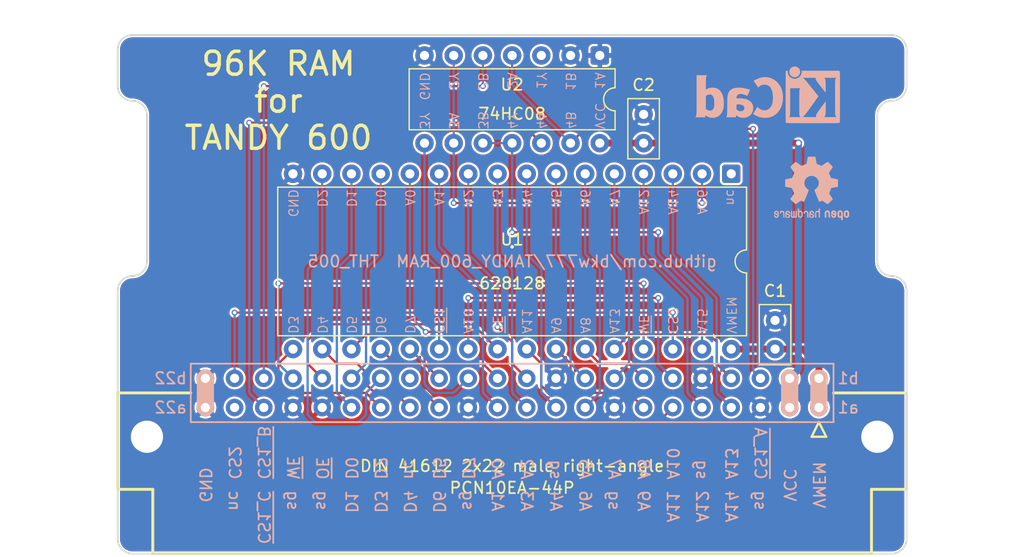
<source format=kicad_pcb>
(kicad_pcb (version 20211014) (generator pcbnew)
  (title_block (title "TANDY 600 RAM") (date "2022-10-04") (rev "THT_005") (company "Brian K. White - b.kenyon.w@gmail.com") (comment 1 "LICENSE: CC-BY-SA 4.0") (comment 2 "github.com/bkw777/TANDY_600_RAM"))
  (layers (0 "F.Cu" signal) (31 "B.Cu" signal) (34 "B.Paste" user) (35 "F.Paste" user) (36 "B.SilkS" user "B.Silkscreen") (37 "F.SilkS" user "F.Silkscreen") (38 "B.Mask" user) (39 "F.Mask" user) (44 "Edge.Cuts" user))
  (net 0 "")
  (net 1 "GND")
  (net 2 "VMEM")
  (net 3 "VCC")
  (net 4 "/A14")
  (net 5 "/A13")
  (net 6 "/A12")
  (net 7 "/A11")
  (net 8 "/A10")
  (net 9 "/A9")
  (net 10 "/A8")
  (net 11 "/A7")
  (net 12 "/A6")
  (net 13 "/A5")
  (net 14 "/A4")
  (net 15 "/A3")
  (net 16 "/A2")
  (net 17 "/A1")
  (net 18 "/A0")
  (net 19 "/D7")
  (net 20 "/D6")
  (net 21 "/D5")
  (net 22 "/D4")
  (net 23 "/D3")
  (net 24 "/D2")
  (net 25 "/D1")
  (net 26 "/D0")
  (net 27 "/~{OE}")
  (net 28 "/~{WE}")
  (net 29 "/CS2")
  (net 30 "/A15")
  (net 31 "/A16")
  (net 32 "/~{CS1}")
  (net 33 "/~{CS1_B}")
  (net 34 "/~{CS1_C}")
  (net 35 "/~{CS1_A}")
  (footprint "000_LOCAL:DIN 41612 2x22 male right-angle" (layer "F.Cu") (at 146.05 110.49)
    (fp_text reference "J1" hide)
    (fp_text value "DIN 41612 2x22 male right-angle" (at 0 6.35) (layer "F.SilkS"))
    (pad "M1" thru_hole oval (at 31.75 3.81) (size 2.999999 4.500001) (drill 2.799999) (layers *.Cu *.Mask) (net 1 "GND"))
    (pad "M2" thru_hole oval (at -31.75 3.81) (size 2.999999 4.500001) (drill 2.799999) (layers *.Cu *.Mask) (net 1 "GND"))
    (pad "a1" thru_hole circle (at 26.67 1.27) (size 1.524 1.524) (drill 0.8) (layers *.Cu *.Mask) (net 2 "VMEM"))
    (pad "a2" thru_hole circle (at 24.13 1.27) (size 1.524 1.524) (drill 0.8) (layers *.Cu *.Mask) (net 3 "VCC"))
    (pad "a3" thru_hole circle (at 21.59 1.27) (size 1.524 1.524) (drill 0.8) (layers *.Cu *.Mask) (net 1 "GND"))
    (pad "a4" thru_hole circle (at 19.05 1.27) (size 1.524 1.524) (drill 0.8) (layers *.Cu *.Mask) (net 4 "/A14"))
    (pad "a5" thru_hole circle (at 16.51 1.27) (size 1.524 1.524) (drill 0.8) (layers *.Cu *.Mask) (net 6 "/A12"))
    (pad "a6" thru_hole circle (at 13.97 1.27) (size 1.524 1.524) (drill 0.8) (layers *.Cu *.Mask) (net 7 "/A11"))
    (pad "a7" thru_hole circle (at 11.43 1.27) (size 1.524 1.524) (drill 0.8) (layers *.Cu *.Mask) (net 9 "/A9"))
    (pad "a8" thru_hole circle (at 8.89 1.27) (size 1.524 1.524) (drill 0.8) (layers *.Cu *.Mask) (net 1 "GND"))
    (pad "a9" thru_hole circle (at 6.35 1.27) (size 1.524 1.524) (drill 0.8) (layers *.Cu *.Mask) (net 12 "/A6"))
    (pad "a10" thru_hole circle (at 3.81 1.27) (size 1.524 1.524) (drill 0.8) (layers *.Cu *.Mask) (net 14 "/A4"))
    (pad "a11" thru_hole circle (at 1.27 1.27) (size 1.524 1.524) (drill 0.8) (layers *.Cu *.Mask) (net 15 "/A3"))
    (pad "a12" thru_hole circle (at -1.27 1.27) (size 1.524 1.524) (drill 0.8) (layers *.Cu *.Mask) (net 17 "/A1"))
    (pad "a13" thru_hole circle (at -3.81 1.27) (size 1.524 1.524) (drill 0.8) (layers *.Cu *.Mask) (net 1 "GND"))
    (pad "a14" thru_hole circle (at -6.35 1.27) (size 1.524 1.524) (drill 0.8) (layers *.Cu *.Mask) (net 20 "/D6"))
    (pad "a15" thru_hole circle (at -8.89 1.27) (size 1.524 1.524) (drill 0.8) (layers *.Cu *.Mask) (net 22 "/D4"))
    (pad "a16" thru_hole circle (at -11.43 1.27) (size 1.524 1.524) (drill 0.8) (layers *.Cu *.Mask) (net 23 "/D3"))
    (pad "a17" thru_hole circle (at -13.97 1.27) (size 1.524 1.524) (drill 0.8) (layers *.Cu *.Mask) (net 25 "/D1"))
    (pad "a18" thru_hole circle (at -16.51 1.27) (size 1.524 1.524) (drill 0.8) (layers *.Cu *.Mask) (net 1 "GND"))
    (pad "a19" thru_hole circle (at -19.05 1.27) (size 1.524 1.524) (drill 0.8) (layers *.Cu *.Mask) (net 1 "GND"))
    (pad "a20" thru_hole circle (at -21.59 1.27) (size 1.524 1.524) (drill 0.8) (layers *.Cu *.Mask) (net 34 "/~{CS1_C}"))
    (pad "a21" thru_hole circle (at -24.13 1.27) (size 1.524 1.524) (drill 0.8) (layers *.Cu *.Mask))
    (pad "a22" thru_hole circle (at -26.67 1.27) (size 1.524 1.524) (drill 0.8) (layers *.Cu *.Mask) (net 1 "GND"))
    (pad "b1" thru_hole circle (at 26.67 -1.27) (size 1.524 1.524) (drill 0.8) (layers *.Cu *.Mask) (net 2 "VMEM"))
    (pad "b2" thru_hole circle (at 24.13 -1.27) (size 1.524 1.524) (drill 0.8) (layers *.Cu *.Mask) (net 3 "VCC"))
    (pad "b3" thru_hole circle (at 21.59 -1.27) (size 1.524 1.524) (drill 0.8) (layers *.Cu *.Mask) (net 35 "/~{CS1_A}"))
    (pad "b4" thru_hole circle (at 19.05 -1.27) (size 1.524 1.524) (drill 0.8) (layers *.Cu *.Mask) (net 5 "/A13"))
    (pad "b5" thru_hole circle (at 16.51 -1.27) (size 1.524 1.524) (drill 0.8) (layers *.Cu *.Mask) (net 1 "GND"))
    (pad "b6" thru_hole circle (at 13.97 -1.27) (size 1.524 1.524) (drill 0.8) (layers *.Cu *.Mask) (net 8 "/A10"))
    (pad "b7" thru_hole circle (at 11.43 -1.27) (size 1.524 1.524) (drill 0.8) (layers *.Cu *.Mask) (net 10 "/A8"))
    (pad "b8" thru_hole circle (at 8.89 -1.27) (size 1.524 1.524) (drill 0.8) (layers *.Cu *.Mask) (net 11 "/A7"))
    (pad "b9" thru_hole circle (at 6.35 -1.27) (size 1.524 1.524) (drill 0.8) (layers *.Cu *.Mask) (net 13 "/A5"))
    (pad "b10" thru_hole circle (at 3.81 -1.27) (size 1.524 1.524) (drill 0.8) (layers *.Cu *.Mask) (net 1 "GND"))
    (pad "b11" thru_hole circle (at 1.27 -1.27) (size 1.524 1.524) (drill 0.8) (layers *.Cu *.Mask) (net 16 "/A2"))
    (pad "b12" thru_hole circle (at -1.27 -1.27) (size 1.524 1.524) (drill 0.8) (layers *.Cu *.Mask) (net 18 "/A0"))
    (pad "b13" thru_hole circle (at -3.81 -1.27) (size 1.524 1.524) (drill 0.8) (layers *.Cu *.Mask) (net 19 "/D7"))
    (pad "b14" thru_hole circle (at -6.35 -1.27) (size 1.524 1.524) (drill 0.8) (layers *.Cu *.Mask) (net 21 "/D5"))
    (pad "b15" thru_hole circle (at -8.89 -1.27) (size 1.524 1.524) (drill 0.8) (layers *.Cu *.Mask))
    (pad "b16" thru_hole circle (at -11.43 -1.27) (size 1.524 1.524) (drill 0.8) (layers *.Cu *.Mask) (net 24 "/D2"))
    (pad "b17" thru_hole circle (at -13.97 -1.27) (size 1.524 1.524) (drill 0.8) (layers *.Cu *.Mask) (net 26 "/D0"))
    (pad "b18" thru_hole circle (at -16.51 -1.27) (size 1.524 1.524) (drill 0.8) (layers *.Cu *.Mask) (net 27 "/~{OE}"))
    (pad "b19" thru_hole circle (at -19.05 -1.27) (size 1.524 1.524) (drill 0.8) (layers *.Cu *.Mask) (net 28 "/~{WE}"))
    (pad "b20" thru_hole circle (at -21.59 -1.27) (size 1.524 1.524) (drill 0.8) (layers *.Cu *.Mask) (net 33 "/~{CS1_B}"))
    (pad "b21" thru_hole circle (at -24.13 -1.27) (size 1.524 1.524) (drill 0.8) (layers *.Cu *.Mask) (net 29 "/CS2"))
    (pad "b22" thru_hole circle (at -26.67 -1.27) (size 1.524 1.524) (drill 0.8) (layers *.Cu *.Mask) (net 1 "GND"))
  )
  (footprint "000_LOCAL:DIP-14_W7.62mm" (layer "F.Cu") (at 153.67 81.153 -90)
    (fp_text reference "U2" (at 2.53 7.625) (layer "F.SilkS"))
    (fp_text value "74HC08" (at 5.07 7.625) (layer "F.SilkS"))
    (pad "1" thru_hole roundrect (at 0 0 270) (size 1.6 1.6) (drill 0.8) (layers *.Cu *.Mask) (roundrect_rratio 0.15) (net 1 "GND"))
    (pad "2" thru_hole circle (at 0 2.54 270) (size 1.6 1.6) (drill 0.8) (layers *.Cu *.Mask) (net 1 "GND"))
    (pad "3" thru_hole circle (at 0 5.08 270) (size 1.6 1.6) (drill 0.8) (layers *.Cu *.Mask))
    (pad "4" thru_hole circle (at 0 7.62 270) (size 1.6 1.6) (drill 0.8) (layers *.Cu *.Mask) (net 35 "/~{CS1_A}"))
    (pad "5" thru_hole circle (at 0 10.16 270) (size 1.6 1.6) (drill 0.8) (layers *.Cu *.Mask) (net 33 "/~{CS1_B}"))
    (pad "6" thru_hole circle (at 0 12.7 270) (size 1.6 1.6) (drill 0.8) (layers *.Cu *.Mask) (net 31 "/A16"))
    (pad "7" thru_hole circle (at 0 15.24 270) (size 1.6 1.6) (drill 0.8) (layers *.Cu *.Mask) (net 1 "GND"))
    (pad "8" thru_hole circle (at 7.62 15.24 270) (size 1.6 1.6) (drill 0.8) (layers *.Cu *.Mask) (net 32 "/~{CS1}"))
    (pad "9" thru_hole circle (at 7.62 12.7 270) (size 1.6 1.6) (drill 0.8) (layers *.Cu *.Mask) (net 31 "/A16"))
    (pad "10" thru_hole circle (at 7.62 10.16 270) (size 1.6 1.6) (drill 0.8) (layers *.Cu *.Mask) (net 30 "/A15"))
    (pad "11" thru_hole circle (at 7.62 7.62 270) (size 1.6 1.6) (drill 0.8) (layers *.Cu *.Mask) (net 30 "/A15"))
    (pad "12" thru_hole circle (at 7.62 5.08 270) (size 1.6 1.6) (drill 0.8) (layers *.Cu *.Mask) (net 34 "/~{CS1_C}"))
    (pad "13" thru_hole circle (at 7.62 2.54 270) (size 1.6 1.6) (drill 0.8) (layers *.Cu *.Mask) (net 35 "/~{CS1_A}"))
    (pad "14" thru_hole circle (at 7.62 0 270) (size 1.6 1.6) (drill 0.8) (layers *.Cu *.Mask) (net 3 "VCC"))
  )
  (footprint "000_LOCAL:DIP-32_W15.24mm" (layer "F.Cu") (at 165.1 91.44 -90)
    (fp_text reference "U1" (at 5.715 19.05) (layer "F.SilkS"))
    (fp_text value "628128" (at 9.525 19.05) (layer "F.SilkS"))
    (pad "1" thru_hole roundrect (at 0 0 270) (size 1.6 1.6) (drill 0.8) (layers *.Cu *.Mask) (roundrect_rratio 0.15))
    (pad "2" thru_hole circle (at 0 2.54 270) (size 1.6 1.6) (drill 0.8) (layers *.Cu *.Mask) (net 31 "/A16"))
    (pad "3" thru_hole circle (at 0 5.08 270) (size 1.6 1.6) (drill 0.8) (layers *.Cu *.Mask) (net 4 "/A14"))
    (pad "4" thru_hole circle (at 0 7.62 270) (size 1.6 1.6) (drill 0.8) (layers *.Cu *.Mask) (net 6 "/A12"))
    (pad "5" thru_hole circle (at 0 10.16 270) (size 1.6 1.6) (drill 0.8) (layers *.Cu *.Mask) (net 11 "/A7"))
    (pad "6" thru_hole circle (at 0 12.7 270) (size 1.6 1.6) (drill 0.8) (layers *.Cu *.Mask) (net 12 "/A6"))
    (pad "7" thru_hole circle (at 0 15.24 270) (size 1.6 1.6) (drill 0.8) (layers *.Cu *.Mask) (net 13 "/A5"))
    (pad "8" thru_hole circle (at 0 17.78 270) (size 1.6 1.6) (drill 0.8) (layers *.Cu *.Mask) (net 14 "/A4"))
    (pad "9" thru_hole circle (at 0 20.32 270) (size 1.6 1.6) (drill 0.8) (layers *.Cu *.Mask) (net 15 "/A3"))
    (pad "10" thru_hole circle (at 0 22.86 270) (size 1.6 1.6) (drill 0.8) (layers *.Cu *.Mask) (net 16 "/A2"))
    (pad "11" thru_hole circle (at 0 25.4 270) (size 1.6 1.6) (drill 0.8) (layers *.Cu *.Mask) (net 17 "/A1"))
    (pad "12" thru_hole circle (at 0 27.94 270) (size 1.6 1.6) (drill 0.8) (layers *.Cu *.Mask) (net 18 "/A0"))
    (pad "13" thru_hole circle (at 0 30.48 270) (size 1.6 1.6) (drill 0.8) (layers *.Cu *.Mask) (net 26 "/D0"))
    (pad "14" thru_hole circle (at 0 33.02 270) (size 1.6 1.6) (drill 0.8) (layers *.Cu *.Mask) (net 25 "/D1"))
    (pad "15" thru_hole circle (at 0 35.56 270) (size 1.6 1.6) (drill 0.8) (layers *.Cu *.Mask) (net 24 "/D2"))
    (pad "16" thru_hole circle (at 0 38.1 270) (size 1.6 1.6) (drill 0.8) (layers *.Cu *.Mask) (net 1 "GND"))
    (pad "17" thru_hole circle (at 15.24 38.1 270) (size 1.6 1.6) (drill 0.8) (layers *.Cu *.Mask) (net 23 "/D3"))
    (pad "18" thru_hole circle (at 15.24 35.56 270) (size 1.6 1.6) (drill 0.8) (layers *.Cu *.Mask) (net 22 "/D4"))
    (pad "19" thru_hole circle (at 15.24 33.02 270) (size 1.6 1.6) (drill 0.8) (layers *.Cu *.Mask) (net 21 "/D5"))
    (pad "20" thru_hole circle (at 15.24 30.48 270) (size 1.6 1.6) (drill 0.8) (layers *.Cu *.Mask) (net 20 "/D6"))
    (pad "21" thru_hole circle (at 15.24 27.94 270) (size 1.6 1.6) (drill 0.8) (layers *.Cu *.Mask) (net 19 "/D7"))
    (pad "22" thru_hole circle (at 15.24 25.4 270) (size 1.6 1.6) (drill 0.8) (layers *.Cu *.Mask) (net 32 "/~{CS1}"))
    (pad "23" thru_hole circle (at 15.24 22.86 270) (size 1.6 1.6) (drill 0.8) (layers *.Cu *.Mask) (net 8 "/A10"))
    (pad "24" thru_hole circle (at 15.24 20.32 270) (size 1.6 1.6) (drill 0.8) (layers *.Cu *.Mask) (net 27 "/~{OE}"))
    (pad "25" thru_hole circle (at 15.24 17.78 270) (size 1.6 1.6) (drill 0.8) (layers *.Cu *.Mask) (net 7 "/A11"))
    (pad "26" thru_hole circle (at 15.24 15.24 270) (size 1.6 1.6) (drill 0.8) (layers *.Cu *.Mask) (net 9 "/A9"))
    (pad "27" thru_hole circle (at 15.24 12.7 270) (size 1.6 1.6) (drill 0.8) (layers *.Cu *.Mask) (net 10 "/A8"))
    (pad "28" thru_hole circle (at 15.24 10.16 270) (size 1.6 1.6) (drill 0.8) (layers *.Cu *.Mask) (net 5 "/A13"))
    (pad "29" thru_hole circle (at 15.24 7.62 270) (size 1.6 1.6) (drill 0.8) (layers *.Cu *.Mask) (net 28 "/~{WE}"))
    (pad "30" thru_hole circle (at 15.24 5.08 270) (size 1.6 1.6) (drill 0.8) (layers *.Cu *.Mask) (net 29 "/CS2"))
    (pad "31" thru_hole circle (at 15.24 2.54 270) (size 1.6 1.6) (drill 0.8) (layers *.Cu *.Mask) (net 30 "/A15"))
    (pad "32" thru_hole circle (at 15.24 0 270) (size 1.6 1.6) (drill 0.8) (layers *.Cu *.Mask) (net 2 "VMEM"))
  )
  (footprint "000_LOCAL:C_Disc_D5.0mm_W2.5mm_P2.50mm" (layer "F.Cu") (at 168.91 106.68 90)
    (fp_text reference "C1" (at 5.06 0) (layer "F.SilkS"))
    (fp_text value "0.1uF")
    (pad "1" thru_hole circle (at 0 0 90) (size 1.6 1.6) (drill 0.8) (layers *.Cu *.Mask) (net 2 "VMEM"))
    (pad "2" thru_hole circle (at 2.5 0 90) (size 1.6 1.6) (drill 0.8) (layers *.Cu *.Mask) (net 1 "GND"))
  )
  (footprint "000_LOCAL:C_Disc_D5.0mm_W2.5mm_P2.50mm" (layer "F.Cu") (at 157.48 88.773 90)
    (fp_text reference "C2" (at 5.06 0) (layer "F.SilkS"))
    (fp_text value "0.1uF")
    (pad "1" thru_hole circle (at 0 0 90) (size 1.6 1.6) (drill 0.8) (layers *.Cu *.Mask) (net 3 "VCC"))
    (pad "2" thru_hole circle (at 2.5 0 90) (size 1.6 1.6) (drill 0.8) (layers *.Cu *.Mask) (net 1 "GND"))
  )
  (footprint "000_LOCAL:KiCad-5mm-ss" (layer "B.Cu") (at 168.275 85.09 180)
    (fp_text reference "REF**" hide)
    (fp_text value "KiCad-5mm-ss" hide)
  )
  (footprint "000_LOCAL:OSHW-6mm-ss" (layer "B.Cu") (at 172.085 92.71 180)
    (fp_text reference "REF**" hide)
    (fp_text value "OSHW-6mm-ss" hide)
  )
  (gr_line (start 173.99 107.95) (end 118.11 107.95) (layer "B.SilkS") (width 0.15))
  (gr_line (start 173.99 113.03) (end 173.99 107.95) (layer "B.SilkS") (width 0.15))
  (gr_line (start 118.11 113.03) (end 173.99 113.03) (layer "B.SilkS") (width 0.15))
  (gr_line (start 172.72 111.76) (end 172.72 109.22) (layer "B.SilkS") (width 1.5))
  (gr_line (start 119.38 111.76) (end 119.38 109.22) (layer "B.SilkS") (width 1.5))
  (gr_line (start 170.18 111.76) (end 170.18 109.22) (layer "B.SilkS") (width 1.5))
  (gr_line (start 118.11 107.95) (end 118.11 113.03) (layer "B.SilkS") (width 0.15))
  (gr_arc (start 113.03 85.09) (mid 113.928026 85.461974) (end 114.3 86.36) (layer "Edge.Cuts") (width 0.15))
  (gr_arc (start 114.3 99.06) (mid 113.928026 99.958026) (end 113.03 100.33) (layer "Edge.Cuts") (width 0.15))
  (gr_arc (start 177.8 86.36) (mid 178.171974 85.461974) (end 179.07 85.09) (layer "Edge.Cuts") (width 0.15))
  (gr_arc (start 179.07 100.33) (mid 178.171974 99.958026) (end 177.8 99.06) (layer "Edge.Cuts") (width 0.15))
  (gr_arc (start 179.07 79.375) (mid 179.968026 79.746974) (end 180.34 80.645) (layer "Edge.Cuts") (width 0.15))
  (gr_arc (start 111.76 80.645) (mid 112.131974 79.746974) (end 113.03 79.375) (layer "Edge.Cuts") (width 0.15))
  (gr_arc (start 113.03 85.09) (mid 112.131974 84.718026) (end 111.76 83.82) (layer "Edge.Cuts") (width 0.15))
  (gr_arc (start 111.76 101.6) (mid 112.131974 100.701974) (end 113.03 100.33) (layer "Edge.Cuts") (width 0.15))
  (gr_arc (start 179.07 100.33) (mid 179.968026 100.701974) (end 180.34 101.6) (layer "Edge.Cuts") (width 0.15))
  (gr_line (start 111.76 101.6) (end 111.76 123.19) (layer "Edge.Cuts") (width 0.15))
  (gr_arc (start 113.03 124.46) (mid 112.131974 124.088026) (end 111.76 123.19) (layer "Edge.Cuts") (width 0.15))
  (gr_line (start 111.76 80.645) (end 111.76 83.82) (layer "Edge.Cuts") (width 0.15))
  (gr_arc (start 180.34 123.19) (mid 179.968026 124.088026) (end 179.07 124.46) (layer "Edge.Cuts") (width 0.15))
  (gr_line (start 114.3 86.36) (end 114.3 99.06) (layer "Edge.Cuts") (width 0.15))
  (gr_line (start 180.34 80.645) (end 180.34 83.82) (layer "Edge.Cuts") (width 0.15))
  (gr_line (start 113.03 79.375) (end 179.07 79.375) (layer "Edge.Cuts") (width 0.15))
  (gr_arc (start 180.34 83.82) (mid 179.968026 84.718026) (end 179.07 85.09) (layer "Edge.Cuts") (width 0.15))
  (gr_line (start 179.07 124.46) (end 113.03 124.46) (layer "Edge.Cuts") (width 0.15))
  (gr_line (start 177.8 99.06) (end 177.8 86.36) (layer "Edge.Cuts") (width 0.15))
  (gr_line (start 180.34 101.6) (end 180.34 123.19) (layer "Edge.Cuts") (width 0.15))
  (gr_text "A14" (at 165.1 118.872 270) (layer "B.SilkS") (effects (font (size 1 1)) (justify right mirror)))
  (gr_text "sg" (at 167.64 118.872 270) (layer "B.SilkS") (effects (font (size 1 1)) (justify right mirror)))
  (gr_text "A9" (at 157.48 118.872 270) (layer "B.SilkS") (effects (font (size 1 1)) (justify right mirror)))
  (gr_text "sg" (at 154.94 118.872 270) (layer "B.SilkS") (effects (font (size 1 1)) (justify right mirror)))
  (gr_text "A11" (at 160.02 118.872 270) (layer "B.SilkS") (effects (font (size 1 1)) (justify right mirror)))
  (gr_text "A12" (at 162.56 118.872 270) (layer "B.SilkS") (effects (font (size 1 1)) (justify right mirror)))
  (gr_text "sg" (at 142.24 118.872 270) (layer "B.SilkS") (effects (font (size 1 1)) (justify right mirror)))
  (gr_text "D6" (at 139.7 118.872 270) (layer "B.SilkS") (effects (font (size 1 1)) (justify right mirror)))
  (gr_text "D3" (at 134.62 118.872 270) (layer "B.SilkS") (effects (font (size 1 1)) (justify right mirror)))
  (gr_text "D4" (at 137.16 118.872 270) (layer "B.SilkS") (effects (font (size 1 1)) (justify right mirror)))
  (gr_text "A3" (at 147.32 118.872 270) (layer "B.SilkS") (effects (font (size 1 1)) (justify right mirror)))
  (gr_text "A1" (at 144.78 118.872 270) (layer "B.SilkS") (effects (font (size 1 1)) (justify right mirror)))
  (gr_text "A4" (at 149.86 118.872 270) (layer "B.SilkS") (effects (font (size 1 1)) (justify right mirror)))
  (gr_text "A6" (at 152.4 118.872 270) (layer "B.SilkS") (effects (font (size 1 1)) (justify right mirror)))
  (gr_text "D1" (at 132.08 118.872 270) (layer "B.SilkS") (effects (font (size 1 1)) (justify right mirror)))
  (gr_text "~{CS1_C}" (at 124.46 118.872 270) (layer "B.SilkS") (effects (font (size 1 1)) (justify right mirror)))
  (gr_text "nc" (at 121.92 118.872 270) (layer "B.SilkS") (effects (font (size 1 1)) (justify right mirror)))
  (gr_text "sg" (at 127 118.872 270) (layer "B.SilkS") (effects (font (size 1 1)) (justify right mirror)))
  (gr_text "sg" (at 129.54 118.872 270) (layer "B.SilkS") (effects (font (size 1 1)) (justify right mirror)))
  (gr_text "D6" (at 134.62 105.41 270) (layer "B.SilkS") (effects (font (size 0.8 0.8) (thickness 0.1)) (justify left mirror)))
  (gr_text "A13" (at 165.1 118.11 270) (layer "B.SilkS") (effects (font (size 1 1)) (justify left mirror)))
  (gr_text "A10" (at 142.24 105.41 270) (layer "B.SilkS") (effects (font (size 0.8 0.8) (thickness 0.1)) (justify left mirror)))
  (gr_text "D1" (at 132.08 92.71 270) (layer "B.SilkS") (effects (font (size 0.8 0.8) (thickness 0.1)) (justify right mirror)))
  (gr_text "D0" (at 134.62 92.71 270) (layer "B.SilkS") (effects (font (size 0.8 0.8) (thickness 0.1)) (justify right mirror)))
  (gr_text "A16" (at 162.56 92.71 270) (layer "B.SilkS") (effects (font (size 0.8 0.8) (thickness 0.1)) (justify right mirror)))
  (gr_text "CS2" (at 160.02 105.41 270) (layer "B.SilkS") (effects (font (size 0.8 0.8) (thickness 0.1)) (justify left mirror)))
  (gr_text "A4" (at 147.32 92.71 270) (layer "B.SilkS") (effects (font (size 0.8 0.8) (thickness 0.1)) (justify right mirror)))
  (gr_text "A15" (at 162.56 105.41 270) (layer "B.SilkS") (effects (font (size 0.8 0.8) (thickness 0.1)) (justify left mirror)))
  (gr_text "sg" (at 149.86 118.11 270) (layer "B.SilkS") (effects (font (size 1 1)) (justify left mirror)))
  (gr_text "A7" (at 154.94 118.11 270) (layer "B.SilkS") (effects (font (size 1 1)) (justify left mirror)))
  (gr_text "b1" (at 174.244 109.22) (layer "B.SilkS") (effects (font (size 1 1)) (justify right mirror)))
  (gr_text "~{OE}" (at 129.54 118.11 270) (layer "B.SilkS") (effects (font (size 1 1)) (justify left mirror)))
  (gr_text "sg" (at 162.56 118.11 270) (layer "B.SilkS") (effects (font (size 1 1)) (justify left mirror)))
  (gr_text "D7" (at 142.24 118.11 270) (layer "B.SilkS") (effects (font (size 1 1)) (justify left mirror)))
  (gr_text "1A" (at 153.67 82.55 270) (layer "B.SilkS") (effects (font (size 0.8 0.8) (thickness 0.1)) (justify right mirror)))
  (gr_text "3B" (at 143.51 87.63 270) (layer "B.SilkS") (effects (font (size 0.8 0.8) (thickness 0.1)) (justify left mirror)))
  (gr_text "VMEM" (at 165.1 105.41 270) (layer "B.SilkS") (effects (font (size 0.8 0.8) (thickness 0.1)) (justify left mirror)))
  (gr_text "D2" (at 134.62 118.11 270) (layer "B.SilkS") (effects (font (size 1 1)) (justify left mirror)))
  (gr_text "A6" (at 152.4 92.71 270) (layer "B.SilkS") (effects (font (size 0.8 0.8) (thickness 0.1)) (justify right mirror)))
  (gr_text "~{CS1_A}" (at 167.64 118.11 270) (layer "B.SilkS") (effects (font (size 1 1)) (justify left mirror)))
  (gr_text "A0" (at 137.16 92.71 270) (layer "B.SilkS") (effects (font (size 0.8 0.8) (thickness 0.1)) (justify right mirror)))
  (gr_text "A5" (at 149.86 92.71 270) (layer "B.SilkS") (effects (font (size 0.8 0.8) (thickness 0.1)) (justify right mirror)))
  (gr_text "2B" (at 143.51 82.55 270) (layer "B.SilkS") (effects (font (size 0.8 0.8) (thickness 0.1)) (justify right mirror)))
  (gr_text "A2" (at 142.24 92.71 270) (layer "B.SilkS") (effects (font (size 0.8 0.8) (thickness 0.1)) (justify right mirror)))
  (gr_text "~{WE}" (at 127 118.11 270) (layer "B.SilkS") (effects (font (size 1 1)) (justify left mirror)))
  (gr_text "A11" (at 147.32 105.41 270) (layer "B.SilkS") (effects (font (size 0.8 0.8) (thickness 0.1)) (justify left mirror)))
  (gr_text "b22" (at 117.856 109.22) (layer "B.SilkS") (effects (font (size 1 1)) (justify left mirror)))
  (gr_text "D7" (at 137.16 105.41 270) (layer "B.SilkS") (effects (font (size 0.8 0.8) (thickness 0.1)) (justify left mirror)))
  (gr_text "nc" (at 165.1 92.71 270) (layer "B.SilkS") (effects (font (size 0.8 0.8) (thickness 0.1)) (justify right mirror)))
  (gr_text "A5" (at 152.4 118.11 270) (layer "B.SilkS") (effects (font (size 1 1)) (justify left mirror)))
  (gr_text "1Y" (at 148.59 82.55 270) (layer "B.SilkS") (effects (font (size 0.8 0.8) (thickness 0.1)) (justify right mirror)))
  (gr_text "A13" (at 154.94 105.41 270) (layer "B.SilkS") (effects (font (size 0.8 0.8) (thickness 0.1)) (justify left mirror)))
  (gr_text "GND" (at 127 92.71 270) (layer "B.SilkS") (effects (font (size 0.8 0.8) (thickness 0.1)) (justify right mirror)))
  (gr_text "4Y" (at 146.05 87.63 270) (layer "B.SilkS") (effects (font (size 0.8 0.8) (thickness 0.1)) (justify left mirror)))
  (gr_text "~{WE}" (at 157.48 105.41 270) (layer "B.SilkS") (effects (font (size 0.8 0.8) (thickness 0.1)) (justify left mirror)))
  (gr_text "A9" (at 149.86 105.41 270) (layer "B.SilkS") (effects (font (size 0.8 0.8) (thickness 0.1)) (justify left mirror)))
  (gr_text "A8" (at 152.4 105.41 270) (layer "B.SilkS") (effects (font (size 0.8 0.8) (thickness 0.1)) (justify left mirror)))
  (gr_text "A1" (at 139.7 92.71 270) (layer "B.SilkS") (effects (font (size 0.8 0.8) (thickness 0.1)) (justify right mirror)))
  (gr_text "A2" (at 147.32 118.11 270) (layer "B.SilkS") (effects (font (size 1 1)) (justify left mirror)))
  (gr_text "CS2" (at 121.92 118.11 270) (layer "B.SilkS") (effects (font (size 1 1)) (justify left mirror)))
  (gr_text "1B" (at 151.13 82.55 270) (layer "B.SilkS") (effects (font (size 0.8 0.8) (thickness 0.1)) (justify right mirror)))
  (gr_text "nc" (at 137.16 118.11 270) (layer "B.SilkS") (effects (font (size 1 1)) (justify left mirror)))
  (gr_text "4B" (at 151.13 87.63 270) (layer "B.SilkS") (effects (font (size 0.8 0.8) (thickness 0.1)) (justify left mirror)))
  (gr_text "A3" (at 144.78 92.71 270) (layer "B.SilkS") (effects (font (size 0.8 0.8) (thickness 0.1)) (justify right mirror)))
  (gr_text "~{CS1_B}" (at 124.46 118.11 270) (layer "B.SilkS") (effects (font (size 1 1)) (justify left mirror)))
  (gr_text "GND" (at 119.38 118.491 270) (layer "B.SilkS") (effects (font (size 1 1)) (justify mirror)))
  (gr_text "3Y" (at 138.43 87.63 270) (layer "B.SilkS") (effects (font (size 0.8 0.8) (thickness 0.1)) (justify left mirror)))
  (gr_text "D2" (at 129.54 92.71 270) (layer "B.SilkS") (effects (font (size 0.8 0.8) (thickness 0.1)) (justify right mirror)))
  (gr_text "A8" (at 157.48 118.11 270) (layer "B.SilkS") (effects (font (size 1 1)) (justify left mirror)))
  (gr_text "VCC" (at 153.67 87.63 270) (layer "B.SilkS") (effects (font (size 0.8 0.8) (thickness 0.1)) (justify left mirror)))
  (gr_text "GND" (at 138.43 82.55 270) (layer "B.SilkS") (effects (font (size 0.8 0.8) (thickness 0.1)) (justify right mirror)))
  (gr_text "A10" (at 160.02 118.11 270) (layer "B.SilkS") (effects (font (size 1 1)) (justify left mirror)))
  (gr_text "a22" (at 117.856 111.76) (layer "B.SilkS") (effects (font (size 1 1)) (justify left mirror)))
  (gr_text "~{CS1}" (at 139.7 105.41 270) (layer "B.SilkS") (effects (font (size 0.8 0.8) (thickness 0.1)) (justify left mirror)))
  (gr_text "2Y" (at 140.97 82.55 270) (layer "B.SilkS") (effects (font (size 0.8 0.8) (thickness 0.1)) (justify right mirror)))
  (gr_text "D5" (at 132.08 105.41 270) (layer "B.SilkS") (effects (font (size 0.8 0.8) (thickness 0.1)) (justify left mirror)))
  (gr_text "A7" (at 154.94 92.71 270) (layer "B.SilkS") (effects (font (size 0.8 0.8) (thickness 0.1)) (justify right mirror)))
  (gr_text "D3" (at 127 105.41 270) (layer "B.SilkS") (effects (font (size 0.8 0.8) (thickness 0.1)) (justify left mirror)))
  (gr_text "VCC" (at 170.18 118.491 270) (layer "B.SilkS") (effects (font (size 1 1)) (justify mirror)))
  (gr_text "${COMMENT2}  ${REVISION}" (at 146.05 99.06) (layer "B.SilkS") (effects (font (size 1 1)) (justify mirror)))
  (gr_text "a1" (at 174.244 111.76) (layer "B.SilkS") (effects (font (size 1 1)) (justify right mirror)))
  (gr_text "4A" (at 148.59 87.63 270) (layer "B.SilkS") (effects (font (size 0.8 0.8) (thickness 0.1)) (justify left mirror)))
  (gr_text "D5" (at 139.7 118.11 270) (layer "B.SilkS") (effects (font (size 1 1)) (justify left mirror)))
  (gr_text "2A" (at 146.05 82.55 270) (layer "B.SilkS") (effects (font (size 0.8 0.8) (thickness 0.1)) (justify right mirror)))
  (gr_text "A14" (at 160.02 92.71 270) (layer "B.SilkS") (effects (font (size 0.8 0.8) (thickness 0.1)) (justify right mirror)))
  (gr_text "D4" (at 129.54 105.41 270) (layer "B.SilkS") (effects (font (size 0.8 0.8) (thickness 0.1)) (justify left mirror)))
  (gr_text "D0" (at 132.08 118.11 270) (layer "B.SilkS") (effects (font (size 1 1)) (justify left mirror)))
  (gr_text "VMEM" (at 172.72 118.491 270) (layer "B.SilkS") (effects (font (size 1 1)) (justify mirror)))
  (gr_text "A0" (at 144.78 118.11 270) (layer "B.SilkS") (effects (font (size 1 1)) (justify left mirror)))
  (gr_text "3A" (at 140.97 87.63 270) (layer "B.SilkS") (effects (font (size 0.8 0.8) (thickness 0.1)) (justify left mirror)))
  (gr_text "A12" (at 157.48 92.71 270) (layer "B.SilkS") (effects (font (size 0.8 0.8) (thickness 0.1)) (justify right mirror)))
  (gr_text "~{OE}" (at 144.78 105.41 270) (layer "B.SilkS") (effects (font (size 0.8 0.8) (thickness 0.1)) (justify left mirror)))
  (gr_text "96K RAM\nfor\nTANDY 600" (at 125.73 85.09) (layer "F.SilkS") (effects (font (size 2 2) (thickness 0.3))))
  (gr_text "PCN10EA-44P" (at 146.05 118.745) (layer "F.SilkS") (effects (font (size 1 1))))
  (via (at 146.05 97.79) (size 0.5) (drill 0.3) (layers "F.Cu" "B.Cu") (net 1))
  (segment (start 168.91 106.68) (end 171.323 106.68) (width 0.6) (layer "F.Cu") (net 2))
  (segment (start 168.91 106.68) (end 165.1 106.68) (width 0.6) (layer "F.Cu") (net 2))
  (segment (start 171.323 106.68) (end 172.72 108.077) (width 0.6) (layer "F.Cu") (net 2))
  (segment (start 172.72 108.077) (end 172.72 109.22) (width 0.6) (layer "F.Cu") (net 2))
  (segment (start 172.72 111.76) (end 172.72 109.22) (width 0.6) (layer "B.Cu") (net 2))
  (segment (start 170.942 88.773) (end 157.48 88.773) (width 0.6) (layer "F.Cu") (net 3))
  (segment (start 153.67 88.773) (end 157.48 88.773) (width 0.6) (layer "F.Cu") (net 3))
  (via (at 170.942 88.773) (size 0.6) (drill 0.4) (layers "F.Cu" "B.Cu") (net 3))
  (segment (start 170.18 111.76) (end 170.18 109.22) (width 0.6) (layer "B.Cu") (net 3))
  (segment (start 170.942 88.773) (end 170.942 108.292315) (width 0.6) (layer "B.Cu") (net 3))
  (segment (start 170.824842 108.575158) (end 170.18 109.22) (width 0.6) (layer "B.Cu") (net 3))
  (arc (start 170.942 108.292315) (mid 170.911552 108.445389) (end 170.824842 108.575158) (width 0.6) (layer "B.Cu") (net 3))
  (segment (start 163.83 110.324315) (end 163.83 102.400685) (width 0.2) (layer "B.Cu") (net 4))
  (segment (start 163.712842 102.117842) (end 160.137157 98.542157) (width 0.2) (layer "B.Cu") (net 4))
  (segment (start 165.1 111.76) (end 163.947157 110.607157) (width 0.2) (layer "B.Cu") (net 4))
  (segment (start 160.02 98.259315) (end 160.02 91.44) (width 0.2) (layer "B.Cu") (net 4))
  (arc (start 163.83 102.400685) (mid 163.799552 102.247611) (end 163.712842 102.117842) (width 0.2) (layer "B.Cu") (net 4))
  (arc (start 163.83 110.324315) (mid 163.860448 110.477388) (end 163.947157 110.607157) (width 0.2) (layer "B.Cu") (net 4))
  (arc (start 160.137157 98.542157) (mid 160.050448 98.412388) (end 160.02 98.259315) (width 0.2) (layer "B.Cu") (net 4))
  (segment (start 165.1 109.22) (end 163.83 107.95) (width 0.2) (layer "F.Cu") (net 5))
  (segment (start 163.195 105.41) (end 156.21 105.41) (width 0.2) (layer "F.Cu") (net 5))
  (segment (start 156.21 105.41) (end 154.94 106.68) (width 0.2) (layer "F.Cu") (net 5))
  (segment (start 163.83 107.95) (end 163.83 106.045) (width 0.2) (layer "F.Cu") (net 5))
  (segment (start 163.83 106.045) (end 163.195 105.41) (width 0.2) (layer "F.Cu") (net 5))
  (segment (start 161.29 110.324315) (end 161.29 102.400685) (width 0.2) (layer "B.Cu") (net 6))
  (segment (start 157.48 98.259315) (end 157.48 91.44) (width 0.2) (layer "B.Cu") (net 6))
  (segment (start 161.172842 102.117842) (end 157.597157 98.542157) (width 0.2) (layer "B.Cu") (net 6))
  (segment (start 162.56 111.76) (end 161.407157 110.607157) (width 0.2) (layer "B.Cu") (net 6))
  (arc (start 157.48 98.259315) (mid 157.510448 98.412388) (end 157.597157 98.542157) (width 0.2) (layer "B.Cu") (net 6))
  (arc (start 161.29 102.400685) (mid 161.259552 102.247611) (end 161.172842 102.117842) (width 0.2) (layer "B.Cu") (net 6))
  (arc (start 161.29 110.324315) (mid 161.320448 110.477388) (end 161.407157 110.607157) (width 0.2) (layer "B.Cu") (net 6))
  (segment (start 151.892 113.03) (end 151.13 112.268) (width 0.2) (layer "F.Cu") (net 7))
  (segment (start 148.59 109.855) (end 148.59 107.95) (width 0.2) (layer "F.Cu") (net 7))
  (segment (start 151.13 112.268) (end 151.13 111.252) (width 0.2) (layer "F.Cu") (net 7))
  (segment (start 160.02 111.76) (end 158.75 113.03) (width 0.2) (layer "F.Cu") (net 7))
  (segment (start 151.13 111.252) (end 150.368 110.49) (width 0.2) (layer "F.Cu") (net 7))
  (segment (start 149.225 110.49) (end 148.59 109.855) (width 0.2) (layer "F.Cu") (net 7))
  (segment (start 158.75 113.03) (end 151.892 113.03) (width 0.2) (layer "F.Cu") (net 7))
  (segment (start 150.368 110.49) (end 149.225 110.49) (width 0.2) (layer "F.Cu") (net 7))
  (segment (start 148.59 107.95) (end 147.32 106.68) (width 0.2) (layer "F.Cu") (net 7))
  (segment (start 158.75 102.235) (end 142.24 102.235) (width 0.2) (layer "F.Cu") (net 8))
  (via (at 158.75 102.235) (size 0.5) (drill 0.3) (layers "F.Cu" "B.Cu") (net 8))
  (via (at 142.24 102.235) (size 0.5) (drill 0.3) (layers "F.Cu" "B.Cu") (net 8))
  (segment (start 142.24 106.68) (end 142.24 102.235) (width 0.2) (layer "B.Cu") (net 8))
  (segment (start 158.75 102.235) (end 158.75 107.784315) (width 0.2) (layer "B.Cu") (net 8))
  (segment (start 158.867158 108.067158) (end 160.02 109.22) (width 0.2) (layer "B.Cu") (net 8))
  (arc (start 158.75 107.784315) (mid 158.780448 107.937389) (end 158.867158 108.067158) (width 0.2) (layer "B.Cu") (net 8))
  (segment (start 151.13 109.728) (end 151.13 107.95) (width 0.2) (layer "F.Cu") (net 9))
  (segment (start 151.892 110.49) (end 151.13 109.728) (width 0.2) (layer "F.Cu") (net 9))
  (segment (start 157.48 111.76) (end 156.21 110.49) (width 0.2) (layer "F.Cu") (net 9))
  (segment (start 156.21 110.49) (end 151.892 110.49) (width 0.2) (layer "F.Cu") (net 9))
  (segment (start 151.13 107.95) (end 149.86 106.68) (width 0.2) (layer "F.Cu") (net 9))
  (segment (start 153.67 107.95) (end 152.4 106.68) (width 0.2) (layer "F.Cu") (net 10))
  (segment (start 157.48 109.22) (end 156.21 107.95) (width 0.2) (layer "F.Cu") (net 10))
  (segment (start 156.21 107.95) (end 153.67 107.95) (width 0.2) (layer "F.Cu") (net 10))
  (segment (start 154.94 98.259315) (end 154.94 91.44) (width 0.2) (layer "B.Cu") (net 11))
  (segment (start 156.092842 99.577842) (end 155.057157 98.542157) (width 0.2) (layer "B.Cu") (net 11))
  (segment (start 154.94 109.22) (end 156.092843 108.067157) (width 0.2) (layer "B.Cu") (net 11))
  (segment (start 156.21 107.784315) (end 156.21 99.860685) (width 0.2) (layer "B.Cu") (net 11))
  (arc (start 154.94 98.259315) (mid 154.970448 98.412388) (end 155.057157 98.542157) (width 0.2) (layer "B.Cu") (net 11))
  (arc (start 156.092843 108.067157) (mid 156.179552 107.937388) (end 156.21 107.784315) (width 0.2) (layer "B.Cu") (net 11))
  (arc (start 156.092842 99.577842) (mid 156.179551 99.707611) (end 156.21 99.860685) (width 0.2) (layer "B.Cu") (net 11))
  (segment (start 152.4 111.76) (end 153.552843 110.607157) (width 0.2) (layer "B.Cu") (net 12))
  (segment (start 152.4 98.259315) (end 152.4 91.44) (width 0.2) (layer "B.Cu") (net 12))
  (segment (start 153.67 110.324315) (end 153.67 99.860685) (width 0.2) (layer "B.Cu") (net 12))
  (segment (start 153.552842 99.577842) (end 152.517157 98.542157) (width 0.2) (layer "B.Cu") (net 12))
  (arc (start 153.67 99.860685) (mid 153.639552 99.707611) (end 153.552842 99.577842) (width 0.2) (layer "B.Cu") (net 12))
  (arc (start 153.552843 110.607157) (mid 153.639552 110.477388) (end 153.67 110.324315) (width 0.2) (layer "B.Cu") (net 12))
  (arc (start 152.4 98.259315) (mid 152.430448 98.412388) (end 152.517157 98.542157) (width 0.2) (layer "B.Cu") (net 12))
  (segment (start 151.012842 99.577842) (end 149.977157 98.542157) (width 0.2) (layer "B.Cu") (net 13))
  (segment (start 149.86 98.259315) (end 149.86 91.44) (width 0.2) (layer "B.Cu") (net 13))
  (segment (start 151.13 107.784315) (end 151.13 99.860685) (width 0.2) (layer "B.Cu") (net 13))
  (segment (start 152.4 109.22) (end 151.247157 108.067157) (width 0.2) (layer "B.Cu") (net 13))
  (arc (start 149.977157 98.542157) (mid 149.890448 98.412388) (end 149.86 98.259315) (width 0.2) (layer "B.Cu") (net 13))
  (arc (start 151.13 107.784315) (mid 151.160448 107.937388) (end 151.247157 108.067157) (width 0.2) (layer "B.Cu") (net 13))
  (arc (start 151.012842 99.577842) (mid 151.099551 99.707611) (end 151.13 99.860685) (width 0.2) (layer "B.Cu") (net 13))
  (segment (start 147.32 98.259315) (end 147.32 91.44) (width 0.2) (layer "B.Cu") (net 14))
  (segment (start 149.86 111.76) (end 148.707157 110.607157) (width 0.2) (layer "B.Cu") (net 14))
  (segment (start 148.59 110.324315) (end 148.59 99.860685) (width 0.2) (layer "B.Cu") (net 14))
  (segment (start 148.472842 99.577842) (end 147.437157 98.542157) (width 0.2) (layer "B.Cu") (net 14))
  (arc (start 147.32 98.259315) (mid 147.350448 98.412388) (end 147.437157 98.542157) (width 0.2) (layer "B.Cu") (net 14))
  (arc (start 148.707157 110.607157) (mid 148.620448 110.477388) (end 148.59 110.324315) (width 0.2) (layer "B.Cu") (net 14))
  (arc (start 148.59 99.860685) (mid 148.559552 99.707611) (end 148.472842 99.577842) (width 0.2) (layer "B.Cu") (net 14))
  (segment (start 144.78 98.322815) (end 144.78 91.44) (width 0.2) (layer "B.Cu") (net 15))
  (segment (start 146.05 110.324315) (end 146.05 99.924185) (width 0.2) (layer "B.Cu") (net 15))
  (segment (start 147.32 111.76) (end 146.167157 110.607157) (width 0.2) (layer "B.Cu") (net 15))
  (segment (start 145.932842 99.641342) (end 144.897157 98.605657) (width 0.2) (layer "B.Cu") (net 15))
  (arc (start 146.05 110.324315) (mid 146.080448 110.477388) (end 146.167157 110.607157) (width 0.2) (layer "B.Cu") (net 15))
  (arc (start 144.78 98.322815) (mid 144.810448 98.475888) (end 144.897157 98.605657) (width 0.2) (layer "B.Cu") (net 15))
  (arc (start 146.05 99.924185) (mid 146.019552 99.771111) (end 145.932842 99.641342) (width 0.2) (layer "B.Cu") (net 15))
  (segment (start 144.78 104.775) (end 146.05 106.045) (width 0.2) (layer "F.Cu") (net 16))
  (segment (start 146.05 106.045) (end 146.05 107.95) (width 0.2) (layer "F.Cu") (net 16))
  (segment (start 146.05 107.95) (end 147.32 109.22) (width 0.2) (layer "F.Cu") (net 16))
  (via (at 144.78 104.775) (size 0.5) (drill 0.3) (layers "F.Cu" "B.Cu") (net 16))
  (segment (start 144.662842 100.847842) (end 142.357157 98.542157) (width 0.2) (layer "B.Cu") (net 16))
  (segment (start 142.24 98.259315) (end 142.24 91.44) (width 0.2) (layer "B.Cu") (net 16))
  (segment (start 144.78 104.775) (end 144.78 101.130685) (width 0.2) (layer "B.Cu") (net 16))
  (arc (start 144.662842 100.847842) (mid 144.749551 100.977611) (end 144.78 101.130685) (width 0.2) (layer "B.Cu") (net 16))
  (arc (start 142.357157 98.542157) (mid 142.270448 98.412388) (end 142.24 98.259315) (width 0.2) (layer "B.Cu") (net 16))
  (segment (start 139.7 97.624315) (end 139.7 91.44) (width 0.2) (layer "B.Cu") (net 17))
  (segment (start 144.78 111.76) (end 143.627157 110.607157) (width 0.2) (layer "B.Cu") (net 17))
  (segment (start 143.51 110.324315) (end 143.51 101.765685) (width 0.2) (layer "B.Cu") (net 17))
  (segment (start 143.392842 101.482842) (end 139.817157 97.907157) (width 0.2) (layer "B.Cu") (net 17))
  (arc (start 143.51 101.765685) (mid 143.479552 101.612611) (end 143.392842 101.482842) (width 0.2) (layer "B.Cu") (net 17))
  (arc (start 139.7 97.624315) (mid 139.730448 97.777388) (end 139.817157 97.907157) (width 0.2) (layer "B.Cu") (net 17))
  (arc (start 143.627157 110.607157) (mid 143.540448 110.477388) (end 143.51 110.324315) (width 0.2) (layer "B.Cu") (net 17))
  (segment (start 143.51 107.95) (end 144.78 109.22) (width 0.2) (layer "F.Cu") (net 18))
  (segment (start 140.97 106.045) (end 140.97 107.315) (width 0.2) (layer "F.Cu") (net 18))
  (segment (start 138.5316 105.1814) (end 140.1064 105.1814) (width 0.2) (layer "F.Cu") (net 18))
  (segment (start 140.97 107.315) (end 141.605 107.95) (width 0.2) (layer "F.Cu") (net 18))
  (segment (start 141.605 107.95) (end 143.51 107.95) (width 0.2) (layer "F.Cu") (net 18))
  (segment (start 140.1064 105.1814) (end 140.97 106.045) (width 0.2) (layer "F.Cu") (net 18))
  (via (at 138.5316 105.1814) (size 0.5) (drill 0.3) (layers "F.Cu" "B.Cu") (net 18))
  (segment (start 138.5316 105.1814) (end 137.277157 103.926957) (width 0.2) (layer "B.Cu") (net 18))
  (segment (start 137.16 103.644115) (end 137.16 91.44) (width 0.2) (layer "B.Cu") (net 18))
  (arc (start 137.277157 103.926957) (mid 137.190448 103.797188) (end 137.16 103.644115) (width 0.2) (layer "B.Cu") (net 18))
  (segment (start 140.804315 110.49) (end 139.357685 110.49) (width 0.2) (layer "B.Cu") (net 19))
  (segment (start 139.074842 110.372842) (end 138.547157 109.845157) (width 0.2) (layer "B.Cu") (net 19))
  (segment (start 142.24 109.22) (end 141.087157 110.372843) (width 0.2) (layer "B.Cu") (net 19))
  (segment (start 138.43 109.562315) (end 138.43 108.115685) (width 0.2) (layer "B.Cu") (net 19))
  (segment (start 138.312842 107.832842) (end 137.16 106.68) (width 0.2) (layer "B.Cu") (net 19))
  (arc (start 138.547157 109.845157) (mid 138.460448 109.715388) (end 138.43 109.562315) (width 0.2) (layer "B.Cu") (net 19))
  (arc (start 138.43 108.115685) (mid 138.399552 107.962611) (end 138.312842 107.832842) (width 0.2) (layer "B.Cu") (net 19))
  (arc (start 140.804315 110.49) (mid 140.957388 110.459552) (end 141.087157 110.372843) (width 0.2) (layer "B.Cu") (net 19))
  (arc (start 139.357685 110.49) (mid 139.204611 110.459552) (end 139.074842 110.372842) (width 0.2) (layer "B.Cu") (net 19))
  (segment (start 138.43 110.49) (end 136.652 110.49) (width 0.2) (layer "F.Cu") (net 20))
  (segment (start 139.7 111.76) (end 138.43 110.49) (width 0.2) (layer "F.Cu") (net 20))
  (segment (start 135.89 109.728) (end 135.89 107.95) (width 0.2) (layer "F.Cu") (net 20))
  (segment (start 135.89 107.95) (end 134.62 106.68) (width 0.2) (layer "F.Cu") (net 20))
  (segment (start 136.652 110.49) (end 135.89 109.728) (width 0.2) (layer "F.Cu") (net 20))
  (segment (start 138.43 107.95) (end 138.43 106.045) (width 0.2) (layer "F.Cu") (net 21))
  (segment (start 133.35 105.41) (end 132.08 106.68) (width 0.2) (layer "F.Cu") (net 21))
  (segment (start 138.43 106.045) (end 137.795 105.41) (width 0.2) (layer "F.Cu") (net 21))
  (segment (start 137.795 105.41) (end 133.35 105.41) (width 0.2) (layer "F.Cu") (net 21))
  (segment (start 139.7 109.22) (end 138.43 107.95) (width 0.2) (layer "F.Cu") (net 21))
  (segment (start 134.112 110.49) (end 133.35 109.728) (width 0.2) (layer "F.Cu") (net 22))
  (segment (start 133.35 108.712) (end 132.588 107.95) (width 0.2) (layer "F.Cu") (net 22))
  (segment (start 133.35 109.728) (end 133.35 108.712) (width 0.2) (layer "F.Cu") (net 22))
  (segment (start 132.588 107.95) (end 130.81 107.95) (width 0.2) (layer "F.Cu") (net 22))
  (segment (start 135.89 110.49) (end 134.112 110.49) (width 0.2) (layer "F.Cu") (net 22))
  (segment (start 130.81 107.95) (end 129.54 106.68) (width 0.2) (layer "F.Cu") (net 22))
  (segment (start 137.16 111.76) (end 135.89 110.49) (width 0.2) (layer "F.Cu") (net 22))
  (segment (start 125.73 107.95) (end 127 106.68) (width 0.2) (layer "F.Cu") (net 23))
  (segment (start 134.62 111.76) (end 133.35 110.49) (width 0.2) (layer "F.Cu") (net 23))
  (segment (start 126.492 110.49) (end 125.73 109.728) (width 0.2) (layer "F.Cu") (net 23))
  (segment (start 133.35 110.49) (end 126.492 110.49) (width 0.2) (layer "F.Cu") (net 23))
  (segment (start 125.73 109.728) (end 125.73 107.95) (width 0.2) (layer "F.Cu") (net 23))
  (segment (start 128.27 112.229315) (end 128.27 99.860685) (width 0.2) (layer "B.Cu") (net 24))
  (segment (start 128.387158 99.577842) (end 129.422843 98.542157) (width 0.2) (layer "B.Cu") (net 24))
  (segment (start 128.787842 112.912842) (end 128.387157 112.512157) (width 0.2) (layer "B.Cu") (net 24))
  (segment (start 132.549315 113.03) (end 129.070685 113.03) (width 0.2) (layer "B.Cu") (net 24))
  (segment (start 133.35 110.655685) (end 133.35 112.229315) (width 0.2) (layer "B.Cu") (net 24))
  (segment (start 133.232842 112.512158) (end 132.832157 112.912843) (width 0.2) (layer "B.Cu") (net 24))
  (segment (start 129.54 98.259315) (end 129.54 91.44) (width 0.2) (layer "B.Cu") (net 24))
  (segment (start 134.62 109.22) (end 133.467157 110.372843) (width 0.2) (layer "B.Cu") (net 24))
  (arc (start 133.35 112.229315) (mid 133.319552 112.382389) (end 133.232842 112.512158) (width 0.2) (layer "B.Cu") (net 24))
  (arc (start 129.54 98.259315) (mid 129.509552 98.412388) (end 129.422843 98.542157) (width 0.2) (layer "B.Cu") (net 24))
  (arc (start 128.787842 112.912842) (mid 128.917611 112.999551) (end 129.070685 113.03) (width 0.2) (layer "B.Cu") (net 24))
  (arc (start 132.832157 112.912843) (mid 132.702388 112.999552) (end 132.549315 113.03) (width 0.2) (layer "B.Cu") (net 24))
  (arc (start 128.27 99.860685) (mid 128.300448 99.707611) (end 128.387158 99.577842) (width 0.2) (layer "B.Cu") (net 24))
  (arc (start 128.27 112.229315) (mid 128.300448 112.382388) (end 128.387157 112.512157) (width 0.2) (layer "B.Cu") (net 24))
  (arc (start 133.35 110.655685) (mid 133.380448 110.502612) (end 133.467157 110.372843) (width 0.2) (layer "B.Cu") (net 24))
  (segment (start 132.08 111.76) (end 130.927157 110.607157) (width 0.2) (layer "B.Cu") (net 25))
  (segment (start 130.927158 99.577842) (end 131.962843 98.542157) (width 0.2) (layer "B.Cu") (net 25))
  (segment (start 132.08 98.259315) (end 132.08 91.44) (width 0.2) (layer "B.Cu") (net 25))
  (segment (start 130.81 110.324315) (end 130.81 99.860685) (width 0.2) (layer "B.Cu") (net 25))
  (arc (start 130.927157 110.607157) (mid 130.840448 110.477388) (end 130.81 110.324315) (width 0.2) (layer "B.Cu") (net 25))
  (arc (start 130.927158 99.577842) (mid 130.840449 99.707611) (end 130.81 99.860685) (width 0.2) (layer "B.Cu") (net 25))
  (arc (start 131.962843 98.542157) (mid 132.049552 98.412388) (end 132.08 98.259315) (width 0.2) (layer "B.Cu") (net 25))
  (segment (start 133.467158 99.577842) (end 134.502843 98.542157) (width 0.2) (layer "B.Cu") (net 26))
  (segment (start 132.08 109.22) (end 133.232843 108.067157) (width 0.2) (layer "B.Cu") (net 26))
  (segment (start 134.62 98.259315) (end 134.62 91.44) (width 0.2) (layer "B.Cu") (net 26))
  (segment (start 133.35 107.784315) (end 133.35 99.860685) (width 0.2) (layer "B.Cu") (net 26))
  (arc (start 133.467158 99.577842) (mid 133.380449 99.707611) (end 133.35 99.860685) (width 0.2) (layer "B.Cu") (net 26))
  (arc (start 134.502843 98.542157) (mid 134.589552 98.412388) (end 134.62 98.259315) (width 0.2) (layer "B.Cu") (net 26))
  (arc (start 133.232843 108.067157) (mid 133.319552 107.937388) (end 133.35 107.784315) (width 0.2) (layer "B.Cu") (net 26))
  (segment (start 129.54 109.22) (end 128.27 107.95) (width 0.2) (layer "F.Cu") (net 27))
  (segment (start 142.621 104.521) (end 144.78 106.68) (width 0.2) (layer "F.Cu") (net 27))
  (segment (start 129.667 104.521) (end 142.621 104.521) (width 0.2) (layer "F.Cu") (net 27))
  (segment (start 128.27 107.95) (end 128.27 105.918) (width 0.2) (layer "F.Cu") (net 27))
  (segment (start 128.27 105.918) (end 129.667 104.521) (width 0.2) (layer "F.Cu") (net 27))
  (segment (start 125.73 100.965) (end 157.48 100.965) (width 0.2) (layer "F.Cu") (net 28))
  (via (at 125.73 100.965) (size 0.5) (drill 0.3) (layers "F.Cu" "B.Cu") (net 28))
  (via (at 157.48 100.965) (size 0.5) (drill 0.3) (layers "F.Cu" "B.Cu") (net 28))
  (segment (start 157.48 100.965) (end 157.48 106.68) (width 0.2) (layer "B.Cu") (net 28))
  (segment (start 125.847158 108.067158) (end 127 109.22) (width 0.2) (layer "B.Cu") (net 28))
  (segment (start 125.73 100.965) (end 125.73 107.784315) (width 0.2) (layer "B.Cu") (net 28))
  (arc (start 125.847158 108.067158) (mid 125.760449 107.937389) (end 125.73 107.784315) (width 0.2) (layer "B.Cu") (net 28))
  (segment (start 121.92 103.505) (end 160.02 103.505) (width 0.2) (layer "F.Cu") (net 29))
  (via (at 121.92 103.505) (size 0.5) (drill 0.3) (layers "F.Cu" "B.Cu") (net 29))
  (via (at 160.02 103.505) (size 0.5) (drill 0.3) (layers "F.Cu" "B.Cu") (net 29))
  (segment (start 160.02 103.505) (end 160.02 106.68) (width 0.2) (layer "B.Cu") (net 29))
  (segment (start 121.92 103.505) (end 121.92 109.22) (width 0.2) (layer "B.Cu") (net 29))
  (segment (start 158.75 96.52) (end 146.05 96.52) (width 0.2) (layer "F.Cu") (net 30))
  (via (at 158.75 96.52) (size 0.5) (drill 0.3) (layers "F.Cu" "B.Cu") (net 30))
  (via (at 146.05 96.52) (size 0.5) (drill 0.3) (layers "F.Cu" "B.Cu") (net 30))
  (segment (start 146.05 96.52) (end 146.05 88.773) (width 0.2) (layer "B.Cu") (net 30))
  (segment (start 158.75 98.259315) (end 158.75 96.52) (width 0.2) (layer "B.Cu") (net 30))
  (segment (start 143.51 88.773) (end 146.05 88.773) (width 0.2) (layer "B.Cu") (net 30))
  (segment (start 162.56 106.68) (end 162.56 102.400685) (width 0.2) (layer "B.Cu") (net 30))
  (segment (start 162.442842 102.117842) (end 158.867157 98.542157) (width 0.2) (layer "B.Cu") (net 30))
  (arc (start 158.75 98.259315) (mid 158.780448 98.412388) (end 158.867157 98.542157) (width 0.2) (layer "B.Cu") (net 30))
  (arc (start 162.56 102.400685) (mid 162.529552 102.247611) (end 162.442842 102.117842) (width 0.2) (layer "B.Cu") (net 30))
  (segment (start 162.56 93.98) (end 140.97 93.98) (width 0.2) (layer "F.Cu") (net 31))
  (via (at 140.97 93.98) (size 0.5) (drill 0.3) (layers "F.Cu" "B.Cu") (net 31))
  (via (at 162.56 93.98) (size 0.5) (drill 0.3) (layers "F.Cu" "B.Cu") (net 31))
  (segment (start 140.97 88.773) (end 140.97 81.153) (width 0.2) (layer "B.Cu") (net 31))
  (segment (start 140.97 93.98) (end 140.97 88.773) (width 0.2) (layer "B.Cu") (net 31))
  (segment (start 162.56 91.44) (end 162.56 93.98) (width 0.2) (layer "B.Cu") (net 31))
  (segment (start 139.7 106.68) (end 139.7 99.860685) (width 0.2) (layer "B.Cu") (net 32))
  (segment (start 138.43 98.259315) (end 138.43 88.773) (width 0.2) (layer "B.Cu") (net 32))
  (segment (start 139.582842 99.577842) (end 138.547157 98.542157) (width 0.2) (layer "B.Cu") (net 32))
  (arc (start 139.7 99.860685) (mid 139.669552 99.707611) (end 139.582842 99.577842) (width 0.2) (layer "B.Cu") (net 32))
  (arc (start 138.43 98.259315) (mid 138.460448 98.412388) (end 138.547157 98.542157) (width 0.2) (layer "B.Cu") (net 32))
  (segment (start 124.46 83.82) (end 143.51 83.82) (width 0.2) (layer "F.Cu") (net 33))
  (via (at 124.46 83.82) (size 0.5) (drill 0.3) (layers "F.Cu" "B.Cu") (net 33))
  (via (at 143.51 83.82) (size 0.5) (drill 0.3) (layers "F.Cu" "B.Cu") (net 33))
  (segment (start 143.51 83.82) (end 143.51 81.153) (width 0.2) (layer "B.Cu") (net 33))
  (segment (start 124.46 83.82) (end 124.46 109.22) (width 0.2) (layer "B.Cu") (net 33))
  (segment (start 123.19 86.995) (end 146.812 86.995) (width 0.2) (layer "F.Cu") (net 34))
  (segment (start 146.812 86.995) (end 148.59 88.773) (width 0.2) (layer "F.Cu") (net 34))
  (via (at 123.19 86.995) (size 0.5) (drill 0.3) (layers "F.Cu" "B.Cu") (net 34))
  (segment (start 123.19 86.995) (end 123.19 110.324315) (width 0.2) (layer "B.Cu") (net 34))
  (segment (start 123.307158 110.607158) (end 124.46 111.76) (width 0.2) (layer "B.Cu") (net 34))
  (arc (start 123.19 110.324315) (mid 123.220448 110.477389) (end 123.307158 110.607158) (width 0.2) (layer "B.Cu") (net 34))
  (segment (start 152.378 87.525) (end 151.13 88.773) (width 0.2) (layer "F.Cu") (net 35))
  (segment (start 167 87.525) (end 152.378 87.525) (width 0.2) (layer "F.Cu") (net 35))
  (via (at 167 87.525) (size 0.5) (drill 0.3) (layers "F.Cu" "B.Cu") (net 35))
  (segment (start 167.117158 108.697158) (end 167.64 109.22) (width 0.2) (layer "B.Cu") (net 35))
  (segment (start 146.05 81.153) (end 146.05 83.527315) (width 0.2) (layer "B.Cu") (net 35))
  (segment (start 167 87.525) (end 167 108.414315) (width 0.2) (layer "B.Cu") (net 35))
  (segment (start 146.167158 83.810158) (end 151.13 88.773) (width 0.2) (layer "B.Cu") (net 35))
  (arc (start 167.117158 108.697158) (mid 167.030449 108.567389) (end 167 108.414315) (width 0.2) (layer "B.Cu") (net 35))
  (arc (start 146.05 83.527315) (mid 146.080448 83.680389) (end 146.167158 83.810158) (width 0.2) (layer "B.Cu") (net 35))
  (zone (net 1) (net_name "GND") (layer "F.Cu") (connect_pads (clearance 0.2)) (min_thickness 0.2) (fill yes (thermal_gap 0.2) (thermal_bridge_width 0.4) (smoothing fillet) (radius 0.1))
    (polygon (pts (xy 146.05 124.46) (xy 180.34 124.46) (xy 180.34 79.375) (xy 111.76 79.375) (xy 111.76 124.46)))
  )
  (zone (net 1) (net_name "GND") (layer "B.Cu") (connect_pads (clearance 0.2)) (min_thickness 0.2) (fill yes (thermal_gap 0.2) (thermal_bridge_width 0.4) (smoothing fillet) (radius 0.1))
    (polygon (pts (xy 146.05 124.46) (xy 180.34 124.46) (xy 180.34 79.375) (xy 111.76 79.375) (xy 111.76 124.46)))
  )
)
</source>
